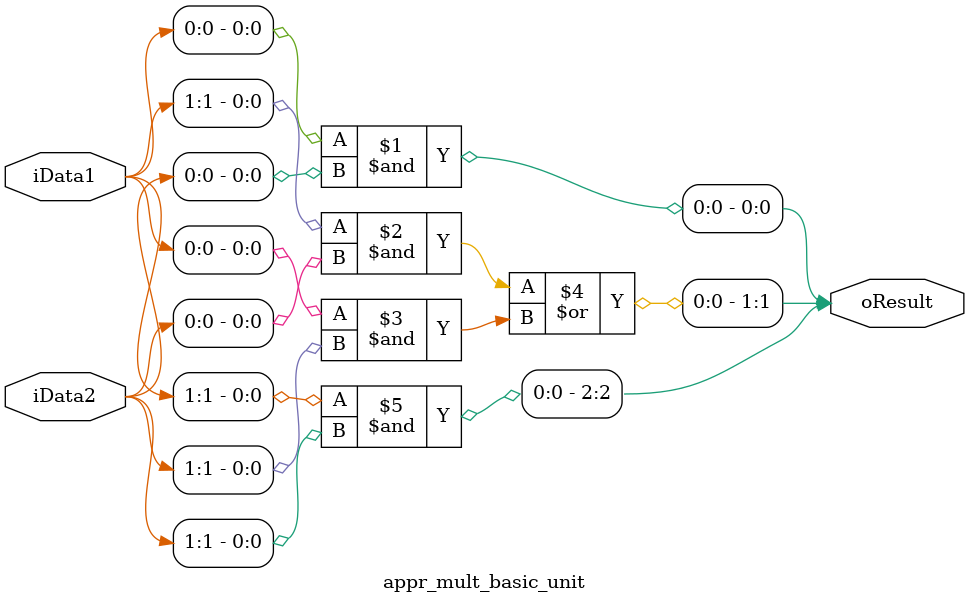
<source format=v>
module appr_mult_basic_unit (
  input  wire [1:0]  iData1,
  input  wire [1:0]  iData2,
  output wire [2:0]  oResult
);

assign oResult[0] = iData1[0] & iData2[0];
assign oResult[1] = (iData1[1] & iData2[0]) | (iData1[0] & iData2[1]);
assign oResult[2] = iData1[1] & iData2[1];

endmodule
</source>
